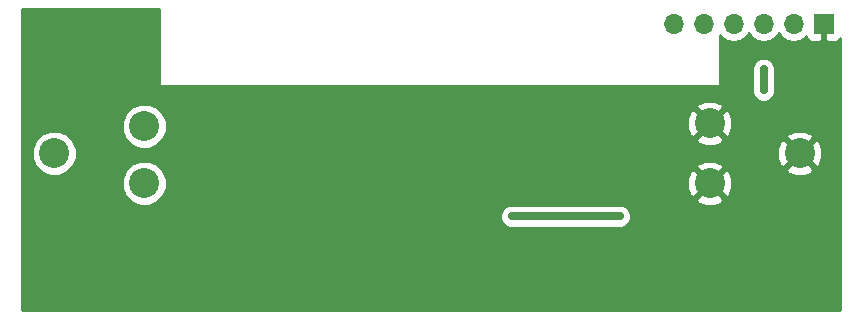
<source format=gbr>
G04 #@! TF.FileFunction,Copper,L2,Bot,Signal*
%FSLAX46Y46*%
G04 Gerber Fmt 4.6, Leading zero omitted, Abs format (unit mm)*
G04 Created by KiCad (PCBNEW 4.0.6) date Fri Aug 18 15:25:10 2017*
%MOMM*%
%LPD*%
G01*
G04 APERTURE LIST*
%ADD10C,0.100000*%
%ADD11C,2.540000*%
%ADD12R,1.700000X1.700000*%
%ADD13O,1.700000X1.700000*%
%ADD14C,0.685800*%
%ADD15C,0.635000*%
%ADD16C,0.254000*%
G04 APERTURE END LIST*
D10*
D11*
X156340000Y-39370000D03*
X163960000Y-41910000D03*
X163960000Y-37084000D03*
X219460000Y-39370000D03*
X211840000Y-36830000D03*
X211840000Y-41910000D03*
D12*
X221488000Y-28448000D03*
D13*
X218948000Y-28448000D03*
X216408000Y-28448000D03*
X213868000Y-28448000D03*
X211328000Y-28448000D03*
X208788000Y-28448000D03*
D14*
X204216000Y-44704000D03*
X195072000Y-44704000D03*
X216408000Y-32258000D03*
X216408000Y-34036000D03*
X198882000Y-49022000D03*
X162306000Y-29464000D03*
X168402000Y-34798000D03*
X177800000Y-49022000D03*
X168656000Y-49022000D03*
X160020000Y-49022000D03*
X220472000Y-50292000D03*
X208534000Y-39370000D03*
D15*
X195072000Y-44704000D02*
X204216000Y-44704000D01*
X216408000Y-34036000D02*
X216408000Y-32258000D01*
D16*
G36*
X165227000Y-33528000D02*
X165237006Y-33577410D01*
X165265447Y-33619035D01*
X165307841Y-33646315D01*
X165354000Y-33655000D01*
X212598000Y-33655000D01*
X212647410Y-33644994D01*
X212689035Y-33616553D01*
X212716315Y-33574159D01*
X212725000Y-33528000D01*
X212725000Y-32451663D01*
X215429931Y-32451663D01*
X215455500Y-32513545D01*
X215455500Y-33779869D01*
X215430270Y-33840630D01*
X215429931Y-34229663D01*
X215578493Y-34589212D01*
X215853341Y-34864540D01*
X216212630Y-35013730D01*
X216601663Y-35014069D01*
X216961212Y-34865507D01*
X217236540Y-34590659D01*
X217385730Y-34231370D01*
X217386069Y-33842337D01*
X217360500Y-33780455D01*
X217360500Y-32514131D01*
X217385730Y-32453370D01*
X217386069Y-32064337D01*
X217237507Y-31704788D01*
X216962659Y-31429460D01*
X216603370Y-31280270D01*
X216214337Y-31279931D01*
X215854788Y-31428493D01*
X215579460Y-31703341D01*
X215430270Y-32062630D01*
X215429931Y-32451663D01*
X212725000Y-32451663D01*
X212725000Y-29388043D01*
X212817946Y-29527147D01*
X213299715Y-29849054D01*
X213868000Y-29962093D01*
X214436285Y-29849054D01*
X214918054Y-29527147D01*
X215138000Y-29197974D01*
X215357946Y-29527147D01*
X215839715Y-29849054D01*
X216408000Y-29962093D01*
X216976285Y-29849054D01*
X217458054Y-29527147D01*
X217678000Y-29197974D01*
X217897946Y-29527147D01*
X218379715Y-29849054D01*
X218948000Y-29962093D01*
X219516285Y-29849054D01*
X219998054Y-29527147D01*
X220027403Y-29483223D01*
X220099673Y-29657698D01*
X220278301Y-29836327D01*
X220511690Y-29933000D01*
X221202250Y-29933000D01*
X221361000Y-29774250D01*
X221361000Y-28575000D01*
X221341000Y-28575000D01*
X221341000Y-28321000D01*
X221361000Y-28321000D01*
X221361000Y-28301000D01*
X221615000Y-28301000D01*
X221615000Y-28321000D01*
X221635000Y-28321000D01*
X221635000Y-28575000D01*
X221615000Y-28575000D01*
X221615000Y-29774250D01*
X221773750Y-29933000D01*
X222464310Y-29933000D01*
X222697699Y-29836327D01*
X222876327Y-29657698D01*
X222885000Y-29636760D01*
X222885000Y-52630000D01*
X153618000Y-52630000D01*
X153618000Y-44897663D01*
X194093931Y-44897663D01*
X194242493Y-45257212D01*
X194517341Y-45532540D01*
X194876630Y-45681730D01*
X195265663Y-45682069D01*
X195327545Y-45656500D01*
X203959869Y-45656500D01*
X204020630Y-45681730D01*
X204409663Y-45682069D01*
X204769212Y-45533507D01*
X205044540Y-45258659D01*
X205193730Y-44899370D01*
X205194069Y-44510337D01*
X205045507Y-44150788D01*
X204770659Y-43875460D01*
X204411370Y-43726270D01*
X204022337Y-43725931D01*
X203960455Y-43751500D01*
X195328131Y-43751500D01*
X195267370Y-43726270D01*
X194878337Y-43725931D01*
X194518788Y-43874493D01*
X194243460Y-44149341D01*
X194094270Y-44508630D01*
X194093931Y-44897663D01*
X153618000Y-44897663D01*
X153618000Y-42287265D01*
X162054670Y-42287265D01*
X162344078Y-42987686D01*
X162879495Y-43524039D01*
X163579410Y-43814668D01*
X164337265Y-43815330D01*
X165037686Y-43525922D01*
X165306299Y-43257777D01*
X210671828Y-43257777D01*
X210803520Y-43552657D01*
X211511036Y-43824261D01*
X212268632Y-43804436D01*
X212876480Y-43552657D01*
X213008172Y-43257777D01*
X211840000Y-42089605D01*
X210671828Y-43257777D01*
X165306299Y-43257777D01*
X165574039Y-42990505D01*
X165864668Y-42290590D01*
X165865287Y-41581036D01*
X209925739Y-41581036D01*
X209945564Y-42338632D01*
X210197343Y-42946480D01*
X210492223Y-43078172D01*
X211660395Y-41910000D01*
X212019605Y-41910000D01*
X213187777Y-43078172D01*
X213482657Y-42946480D01*
X213754261Y-42238964D01*
X213734436Y-41481368D01*
X213482657Y-40873520D01*
X213187777Y-40741828D01*
X212019605Y-41910000D01*
X211660395Y-41910000D01*
X210492223Y-40741828D01*
X210197343Y-40873520D01*
X209925739Y-41581036D01*
X165865287Y-41581036D01*
X165865330Y-41532735D01*
X165575922Y-40832314D01*
X165306303Y-40562223D01*
X210671828Y-40562223D01*
X211840000Y-41730395D01*
X212852618Y-40717777D01*
X218291828Y-40717777D01*
X218423520Y-41012657D01*
X219131036Y-41284261D01*
X219888632Y-41264436D01*
X220496480Y-41012657D01*
X220628172Y-40717777D01*
X219460000Y-39549605D01*
X218291828Y-40717777D01*
X212852618Y-40717777D01*
X213008172Y-40562223D01*
X212876480Y-40267343D01*
X212168964Y-39995739D01*
X211411368Y-40015564D01*
X210803520Y-40267343D01*
X210671828Y-40562223D01*
X165306303Y-40562223D01*
X165040505Y-40295961D01*
X164340590Y-40005332D01*
X163582735Y-40004670D01*
X162882314Y-40294078D01*
X162345961Y-40829495D01*
X162055332Y-41529410D01*
X162054670Y-42287265D01*
X153618000Y-42287265D01*
X153618000Y-39747265D01*
X154434670Y-39747265D01*
X154724078Y-40447686D01*
X155259495Y-40984039D01*
X155959410Y-41274668D01*
X156717265Y-41275330D01*
X157417686Y-40985922D01*
X157954039Y-40450505D01*
X158244668Y-39750590D01*
X158245287Y-39041036D01*
X217545739Y-39041036D01*
X217565564Y-39798632D01*
X217817343Y-40406480D01*
X218112223Y-40538172D01*
X219280395Y-39370000D01*
X219639605Y-39370000D01*
X220807777Y-40538172D01*
X221102657Y-40406480D01*
X221374261Y-39698964D01*
X221354436Y-38941368D01*
X221102657Y-38333520D01*
X220807777Y-38201828D01*
X219639605Y-39370000D01*
X219280395Y-39370000D01*
X218112223Y-38201828D01*
X217817343Y-38333520D01*
X217545739Y-39041036D01*
X158245287Y-39041036D01*
X158245330Y-38992735D01*
X157955922Y-38292314D01*
X157420505Y-37755961D01*
X156720590Y-37465332D01*
X155962735Y-37464670D01*
X155262314Y-37754078D01*
X154725961Y-38289495D01*
X154435332Y-38989410D01*
X154434670Y-39747265D01*
X153618000Y-39747265D01*
X153618000Y-37461265D01*
X162054670Y-37461265D01*
X162344078Y-38161686D01*
X162879495Y-38698039D01*
X163579410Y-38988668D01*
X164337265Y-38989330D01*
X165037686Y-38699922D01*
X165560743Y-38177777D01*
X210671828Y-38177777D01*
X210803520Y-38472657D01*
X211511036Y-38744261D01*
X212268632Y-38724436D01*
X212876480Y-38472657D01*
X213008172Y-38177777D01*
X212852618Y-38022223D01*
X218291828Y-38022223D01*
X219460000Y-39190395D01*
X220628172Y-38022223D01*
X220496480Y-37727343D01*
X219788964Y-37455739D01*
X219031368Y-37475564D01*
X218423520Y-37727343D01*
X218291828Y-38022223D01*
X212852618Y-38022223D01*
X211840000Y-37009605D01*
X210671828Y-38177777D01*
X165560743Y-38177777D01*
X165574039Y-38164505D01*
X165864668Y-37464590D01*
X165865330Y-36706735D01*
X165780337Y-36501036D01*
X209925739Y-36501036D01*
X209945564Y-37258632D01*
X210197343Y-37866480D01*
X210492223Y-37998172D01*
X211660395Y-36830000D01*
X212019605Y-36830000D01*
X213187777Y-37998172D01*
X213482657Y-37866480D01*
X213754261Y-37158964D01*
X213734436Y-36401368D01*
X213482657Y-35793520D01*
X213187777Y-35661828D01*
X212019605Y-36830000D01*
X211660395Y-36830000D01*
X210492223Y-35661828D01*
X210197343Y-35793520D01*
X209925739Y-36501036D01*
X165780337Y-36501036D01*
X165575922Y-36006314D01*
X165052746Y-35482223D01*
X210671828Y-35482223D01*
X211840000Y-36650395D01*
X213008172Y-35482223D01*
X212876480Y-35187343D01*
X212168964Y-34915739D01*
X211411368Y-34935564D01*
X210803520Y-35187343D01*
X210671828Y-35482223D01*
X165052746Y-35482223D01*
X165040505Y-35469961D01*
X164340590Y-35179332D01*
X163582735Y-35178670D01*
X162882314Y-35468078D01*
X162345961Y-36003495D01*
X162055332Y-36703410D01*
X162054670Y-37461265D01*
X153618000Y-37461265D01*
X153618000Y-27126000D01*
X165227000Y-27126000D01*
X165227000Y-33528000D01*
X165227000Y-33528000D01*
G37*
X165227000Y-33528000D02*
X165237006Y-33577410D01*
X165265447Y-33619035D01*
X165307841Y-33646315D01*
X165354000Y-33655000D01*
X212598000Y-33655000D01*
X212647410Y-33644994D01*
X212689035Y-33616553D01*
X212716315Y-33574159D01*
X212725000Y-33528000D01*
X212725000Y-32451663D01*
X215429931Y-32451663D01*
X215455500Y-32513545D01*
X215455500Y-33779869D01*
X215430270Y-33840630D01*
X215429931Y-34229663D01*
X215578493Y-34589212D01*
X215853341Y-34864540D01*
X216212630Y-35013730D01*
X216601663Y-35014069D01*
X216961212Y-34865507D01*
X217236540Y-34590659D01*
X217385730Y-34231370D01*
X217386069Y-33842337D01*
X217360500Y-33780455D01*
X217360500Y-32514131D01*
X217385730Y-32453370D01*
X217386069Y-32064337D01*
X217237507Y-31704788D01*
X216962659Y-31429460D01*
X216603370Y-31280270D01*
X216214337Y-31279931D01*
X215854788Y-31428493D01*
X215579460Y-31703341D01*
X215430270Y-32062630D01*
X215429931Y-32451663D01*
X212725000Y-32451663D01*
X212725000Y-29388043D01*
X212817946Y-29527147D01*
X213299715Y-29849054D01*
X213868000Y-29962093D01*
X214436285Y-29849054D01*
X214918054Y-29527147D01*
X215138000Y-29197974D01*
X215357946Y-29527147D01*
X215839715Y-29849054D01*
X216408000Y-29962093D01*
X216976285Y-29849054D01*
X217458054Y-29527147D01*
X217678000Y-29197974D01*
X217897946Y-29527147D01*
X218379715Y-29849054D01*
X218948000Y-29962093D01*
X219516285Y-29849054D01*
X219998054Y-29527147D01*
X220027403Y-29483223D01*
X220099673Y-29657698D01*
X220278301Y-29836327D01*
X220511690Y-29933000D01*
X221202250Y-29933000D01*
X221361000Y-29774250D01*
X221361000Y-28575000D01*
X221341000Y-28575000D01*
X221341000Y-28321000D01*
X221361000Y-28321000D01*
X221361000Y-28301000D01*
X221615000Y-28301000D01*
X221615000Y-28321000D01*
X221635000Y-28321000D01*
X221635000Y-28575000D01*
X221615000Y-28575000D01*
X221615000Y-29774250D01*
X221773750Y-29933000D01*
X222464310Y-29933000D01*
X222697699Y-29836327D01*
X222876327Y-29657698D01*
X222885000Y-29636760D01*
X222885000Y-52630000D01*
X153618000Y-52630000D01*
X153618000Y-44897663D01*
X194093931Y-44897663D01*
X194242493Y-45257212D01*
X194517341Y-45532540D01*
X194876630Y-45681730D01*
X195265663Y-45682069D01*
X195327545Y-45656500D01*
X203959869Y-45656500D01*
X204020630Y-45681730D01*
X204409663Y-45682069D01*
X204769212Y-45533507D01*
X205044540Y-45258659D01*
X205193730Y-44899370D01*
X205194069Y-44510337D01*
X205045507Y-44150788D01*
X204770659Y-43875460D01*
X204411370Y-43726270D01*
X204022337Y-43725931D01*
X203960455Y-43751500D01*
X195328131Y-43751500D01*
X195267370Y-43726270D01*
X194878337Y-43725931D01*
X194518788Y-43874493D01*
X194243460Y-44149341D01*
X194094270Y-44508630D01*
X194093931Y-44897663D01*
X153618000Y-44897663D01*
X153618000Y-42287265D01*
X162054670Y-42287265D01*
X162344078Y-42987686D01*
X162879495Y-43524039D01*
X163579410Y-43814668D01*
X164337265Y-43815330D01*
X165037686Y-43525922D01*
X165306299Y-43257777D01*
X210671828Y-43257777D01*
X210803520Y-43552657D01*
X211511036Y-43824261D01*
X212268632Y-43804436D01*
X212876480Y-43552657D01*
X213008172Y-43257777D01*
X211840000Y-42089605D01*
X210671828Y-43257777D01*
X165306299Y-43257777D01*
X165574039Y-42990505D01*
X165864668Y-42290590D01*
X165865287Y-41581036D01*
X209925739Y-41581036D01*
X209945564Y-42338632D01*
X210197343Y-42946480D01*
X210492223Y-43078172D01*
X211660395Y-41910000D01*
X212019605Y-41910000D01*
X213187777Y-43078172D01*
X213482657Y-42946480D01*
X213754261Y-42238964D01*
X213734436Y-41481368D01*
X213482657Y-40873520D01*
X213187777Y-40741828D01*
X212019605Y-41910000D01*
X211660395Y-41910000D01*
X210492223Y-40741828D01*
X210197343Y-40873520D01*
X209925739Y-41581036D01*
X165865287Y-41581036D01*
X165865330Y-41532735D01*
X165575922Y-40832314D01*
X165306303Y-40562223D01*
X210671828Y-40562223D01*
X211840000Y-41730395D01*
X212852618Y-40717777D01*
X218291828Y-40717777D01*
X218423520Y-41012657D01*
X219131036Y-41284261D01*
X219888632Y-41264436D01*
X220496480Y-41012657D01*
X220628172Y-40717777D01*
X219460000Y-39549605D01*
X218291828Y-40717777D01*
X212852618Y-40717777D01*
X213008172Y-40562223D01*
X212876480Y-40267343D01*
X212168964Y-39995739D01*
X211411368Y-40015564D01*
X210803520Y-40267343D01*
X210671828Y-40562223D01*
X165306303Y-40562223D01*
X165040505Y-40295961D01*
X164340590Y-40005332D01*
X163582735Y-40004670D01*
X162882314Y-40294078D01*
X162345961Y-40829495D01*
X162055332Y-41529410D01*
X162054670Y-42287265D01*
X153618000Y-42287265D01*
X153618000Y-39747265D01*
X154434670Y-39747265D01*
X154724078Y-40447686D01*
X155259495Y-40984039D01*
X155959410Y-41274668D01*
X156717265Y-41275330D01*
X157417686Y-40985922D01*
X157954039Y-40450505D01*
X158244668Y-39750590D01*
X158245287Y-39041036D01*
X217545739Y-39041036D01*
X217565564Y-39798632D01*
X217817343Y-40406480D01*
X218112223Y-40538172D01*
X219280395Y-39370000D01*
X219639605Y-39370000D01*
X220807777Y-40538172D01*
X221102657Y-40406480D01*
X221374261Y-39698964D01*
X221354436Y-38941368D01*
X221102657Y-38333520D01*
X220807777Y-38201828D01*
X219639605Y-39370000D01*
X219280395Y-39370000D01*
X218112223Y-38201828D01*
X217817343Y-38333520D01*
X217545739Y-39041036D01*
X158245287Y-39041036D01*
X158245330Y-38992735D01*
X157955922Y-38292314D01*
X157420505Y-37755961D01*
X156720590Y-37465332D01*
X155962735Y-37464670D01*
X155262314Y-37754078D01*
X154725961Y-38289495D01*
X154435332Y-38989410D01*
X154434670Y-39747265D01*
X153618000Y-39747265D01*
X153618000Y-37461265D01*
X162054670Y-37461265D01*
X162344078Y-38161686D01*
X162879495Y-38698039D01*
X163579410Y-38988668D01*
X164337265Y-38989330D01*
X165037686Y-38699922D01*
X165560743Y-38177777D01*
X210671828Y-38177777D01*
X210803520Y-38472657D01*
X211511036Y-38744261D01*
X212268632Y-38724436D01*
X212876480Y-38472657D01*
X213008172Y-38177777D01*
X212852618Y-38022223D01*
X218291828Y-38022223D01*
X219460000Y-39190395D01*
X220628172Y-38022223D01*
X220496480Y-37727343D01*
X219788964Y-37455739D01*
X219031368Y-37475564D01*
X218423520Y-37727343D01*
X218291828Y-38022223D01*
X212852618Y-38022223D01*
X211840000Y-37009605D01*
X210671828Y-38177777D01*
X165560743Y-38177777D01*
X165574039Y-38164505D01*
X165864668Y-37464590D01*
X165865330Y-36706735D01*
X165780337Y-36501036D01*
X209925739Y-36501036D01*
X209945564Y-37258632D01*
X210197343Y-37866480D01*
X210492223Y-37998172D01*
X211660395Y-36830000D01*
X212019605Y-36830000D01*
X213187777Y-37998172D01*
X213482657Y-37866480D01*
X213754261Y-37158964D01*
X213734436Y-36401368D01*
X213482657Y-35793520D01*
X213187777Y-35661828D01*
X212019605Y-36830000D01*
X211660395Y-36830000D01*
X210492223Y-35661828D01*
X210197343Y-35793520D01*
X209925739Y-36501036D01*
X165780337Y-36501036D01*
X165575922Y-36006314D01*
X165052746Y-35482223D01*
X210671828Y-35482223D01*
X211840000Y-36650395D01*
X213008172Y-35482223D01*
X212876480Y-35187343D01*
X212168964Y-34915739D01*
X211411368Y-34935564D01*
X210803520Y-35187343D01*
X210671828Y-35482223D01*
X165052746Y-35482223D01*
X165040505Y-35469961D01*
X164340590Y-35179332D01*
X163582735Y-35178670D01*
X162882314Y-35468078D01*
X162345961Y-36003495D01*
X162055332Y-36703410D01*
X162054670Y-37461265D01*
X153618000Y-37461265D01*
X153618000Y-27126000D01*
X165227000Y-27126000D01*
X165227000Y-33528000D01*
M02*

</source>
